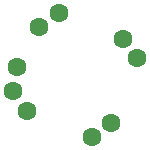
<source format=gbl>
%TF.GenerationSoftware,KiCad,Pcbnew,7.0.5*%
%TF.CreationDate,2023-06-18T14:52:21+02:00*%
%TF.ProjectId,RH_RKJXM1015004_thumb,52485f52-4b4a-4584-9d31-303135303034,rev?*%
%TF.SameCoordinates,Original*%
%TF.FileFunction,Copper,L2,Bot*%
%TF.FilePolarity,Positive*%
%FSLAX46Y46*%
G04 Gerber Fmt 4.6, Leading zero omitted, Abs format (unit mm)*
G04 Created by KiCad (PCBNEW 7.0.5) date 2023-06-18 14:52:21*
%MOMM*%
%LPD*%
G01*
G04 APERTURE LIST*
%TA.AperFunction,ComponentPad*%
%ADD10C,1.600000*%
%TD*%
G04 APERTURE END LIST*
D10*
X71091891Y-37849641D03*
X70740658Y-39900649D03*
X77400649Y-43759342D03*
X81259342Y-37099351D03*
X74599351Y-33240658D03*
X79033615Y-42537286D03*
X80037286Y-35466385D03*
X72966385Y-34462714D03*
X71962714Y-41533615D03*
M02*

</source>
